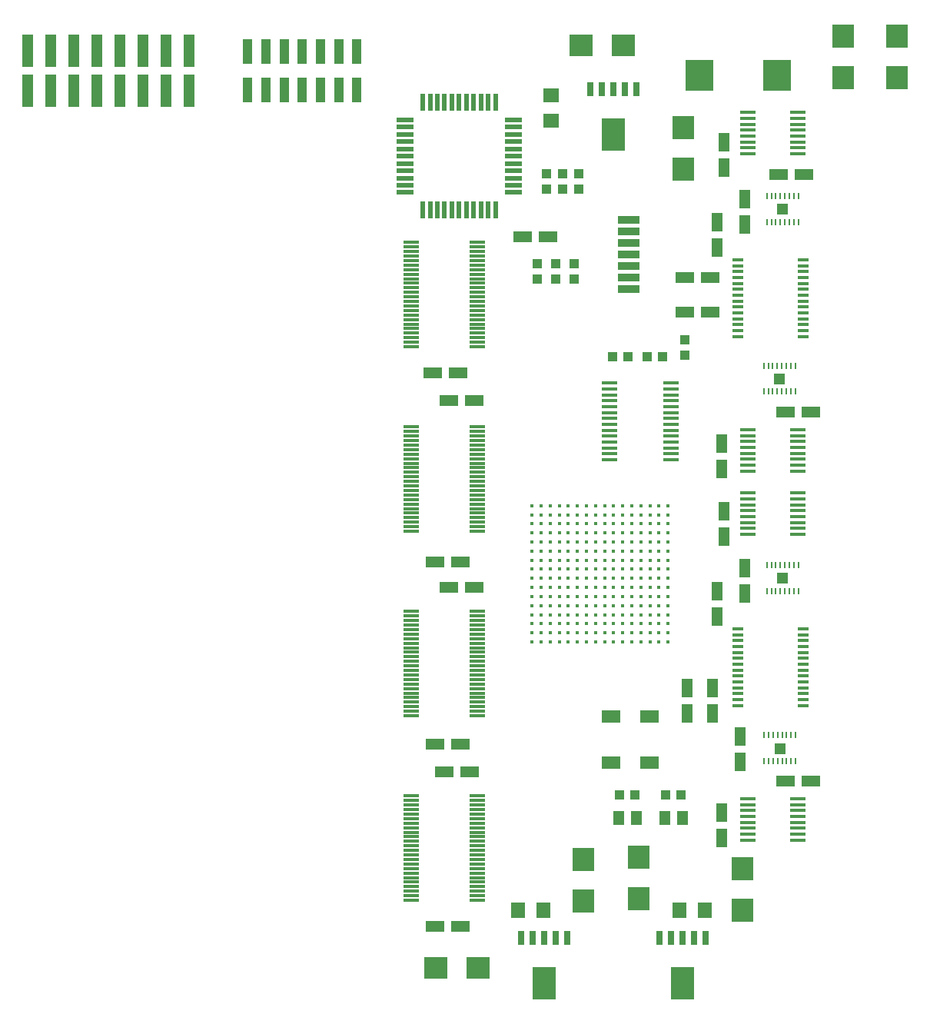
<source format=gtp>
%FSLAX24Y24*%
%MOIN*%
G70*
G01*
G75*
G04 Layer_Color=8421504*
G04 Layer_Color=8421504*
%ADD10R,0.0787X0.0472*%
%ADD11R,0.1240X0.1360*%
%ADD12R,0.0945X0.1024*%
%ADD13R,0.1000X0.1400*%
%ADD14R,0.0300X0.0600*%
%ADD15R,0.0492X0.0165*%
%ADD16C,0.0177*%
%ADD17R,0.0433X0.0394*%
%ADD18R,0.0650X0.0118*%
%ADD19R,0.0472X0.0787*%
%ADD20R,0.0512X0.0630*%
%ADD21R,0.0630X0.0709*%
%ADD22R,0.0787X0.0551*%
%ADD23R,0.0748X0.0197*%
%ADD24R,0.0197X0.0748*%
%ADD25R,0.0709X0.0630*%
%ADD26R,0.0394X0.0433*%
%ADD27R,0.0945X0.0354*%
%ADD28R,0.0669X0.0177*%
%ADD29R,0.0669X0.0177*%
%ADD30R,0.0098X0.0256*%
%ADD31R,0.0472X0.0472*%
%ADD32R,0.1024X0.0945*%
%ADD33C,0.0400*%
%ADD34R,0.0500X0.1449*%
%ADD35R,0.0394X0.1083*%
%ADD36C,0.0080*%
%ADD37C,0.0100*%
%ADD38C,0.0200*%
%ADD39C,0.0060*%
%ADD40C,0.0120*%
%ADD41C,0.0150*%
%ADD42C,0.0110*%
%ADD43C,0.0160*%
%ADD44C,0.0700*%
%ADD45C,0.0669*%
%ADD46C,0.0591*%
%ADD47R,0.0591X0.0591*%
%ADD48C,0.1600*%
%ADD49C,0.0433*%
%ADD50C,0.0200*%
%ADD51R,0.0276X0.0354*%
%ADD52R,0.0354X0.0276*%
%ADD53C,0.0098*%
%ADD54C,0.0079*%
%ADD55C,0.0040*%
%ADD56C,0.0070*%
%ADD57C,0.0600*%
%ADD58C,0.0025*%
D10*
X59199Y61750D02*
D03*
X60301D02*
D03*
X63549Y57400D02*
D03*
X64651D02*
D03*
Y41400D02*
D03*
X64351Y67700D02*
D03*
X60301Y63250D02*
D03*
X59199D02*
D03*
X63249Y67700D02*
D03*
X63549Y41400D02*
D03*
X50051Y57900D02*
D03*
X48949D02*
D03*
X48349Y50900D02*
D03*
X49451D02*
D03*
X48349Y35100D02*
D03*
X49451D02*
D03*
X49851Y41800D02*
D03*
X48749D02*
D03*
X52149Y65000D02*
D03*
X53251D02*
D03*
X48249Y59100D02*
D03*
X49351D02*
D03*
X48349Y43000D02*
D03*
X49451D02*
D03*
X50051Y49800D02*
D03*
X48949D02*
D03*
D11*
X63190Y72000D02*
D03*
X59810D02*
D03*
D12*
X66050Y73706D02*
D03*
Y71894D02*
D03*
X68400Y73706D02*
D03*
Y71894D02*
D03*
X57200Y36294D02*
D03*
Y38106D02*
D03*
X54800Y36194D02*
D03*
Y38006D02*
D03*
X59126Y69754D02*
D03*
Y67943D02*
D03*
X61700Y37606D02*
D03*
Y35794D02*
D03*
D13*
X56102Y69432D02*
D03*
X59100Y32631D02*
D03*
X53100D02*
D03*
D14*
X56602Y71400D02*
D03*
X55102D02*
D03*
X57102D02*
D03*
X55602D02*
D03*
X56102D02*
D03*
X59600Y34600D02*
D03*
X58100D02*
D03*
X60100D02*
D03*
X58600D02*
D03*
X59100D02*
D03*
X53100D02*
D03*
X52600D02*
D03*
X54100D02*
D03*
X52100D02*
D03*
X53600D02*
D03*
D15*
X61500Y45447D02*
D03*
Y45959D02*
D03*
Y44935D02*
D03*
Y44679D02*
D03*
Y60935D02*
D03*
Y61447D02*
D03*
Y61959D02*
D03*
Y48006D02*
D03*
Y64006D02*
D03*
Y60679D02*
D03*
X64335D02*
D03*
Y60935D02*
D03*
Y61191D02*
D03*
X61500D02*
D03*
X64335Y61447D02*
D03*
Y61703D02*
D03*
X61500D02*
D03*
X64335Y61959D02*
D03*
Y62215D02*
D03*
X61500D02*
D03*
X64335Y62470D02*
D03*
X61500D02*
D03*
X64335Y62726D02*
D03*
X61500D02*
D03*
X64335Y62982D02*
D03*
Y63238D02*
D03*
X61500D02*
D03*
X64335Y63494D02*
D03*
X61500D02*
D03*
X64335Y63750D02*
D03*
X61500D02*
D03*
X64335Y64006D02*
D03*
Y45447D02*
D03*
Y44935D02*
D03*
Y46726D02*
D03*
Y46470D02*
D03*
Y46215D02*
D03*
Y45959D02*
D03*
Y45191D02*
D03*
Y45703D02*
D03*
X61500D02*
D03*
Y47238D02*
D03*
Y47494D02*
D03*
X64335Y48006D02*
D03*
Y44679D02*
D03*
X61500Y45191D02*
D03*
Y46215D02*
D03*
Y46470D02*
D03*
Y46726D02*
D03*
X64335Y46982D02*
D03*
Y47238D02*
D03*
Y47494D02*
D03*
Y47750D02*
D03*
X61500D02*
D03*
Y62982D02*
D03*
Y46982D02*
D03*
D16*
X58465Y49016D02*
D03*
X58071D02*
D03*
Y49409D02*
D03*
X57283D02*
D03*
X58071Y48622D02*
D03*
X57677Y49409D02*
D03*
X58465Y48622D02*
D03*
Y47835D02*
D03*
Y48228D02*
D03*
X57677Y49803D02*
D03*
Y48228D02*
D03*
X55315D02*
D03*
X54921Y48622D02*
D03*
Y48228D02*
D03*
X54528D02*
D03*
X54134D02*
D03*
X54528Y48622D02*
D03*
X54134D02*
D03*
X55315D02*
D03*
X54921Y47441D02*
D03*
X54134D02*
D03*
X53740D02*
D03*
X53346D02*
D03*
X54921Y47835D02*
D03*
X54528D02*
D03*
X54134D02*
D03*
X53740D02*
D03*
X53346D02*
D03*
X52953Y48228D02*
D03*
X53346Y48622D02*
D03*
X52953D02*
D03*
X53346Y49409D02*
D03*
X53740Y49016D02*
D03*
X54134Y49409D02*
D03*
X53740D02*
D03*
X52559Y47835D02*
D03*
Y48228D02*
D03*
Y48622D02*
D03*
X52953Y49016D02*
D03*
X52559D02*
D03*
X52953Y49409D02*
D03*
X53346Y49803D02*
D03*
X52953Y50197D02*
D03*
X52559D02*
D03*
X54134Y49803D02*
D03*
X53740D02*
D03*
Y50197D02*
D03*
X53346D02*
D03*
X53740Y50984D02*
D03*
Y51378D02*
D03*
X53346Y52165D02*
D03*
Y51772D02*
D03*
Y52559D02*
D03*
X52953D02*
D03*
X52559Y52953D02*
D03*
X54134Y51378D02*
D03*
X53346D02*
D03*
X52953Y52165D02*
D03*
X52559Y52559D02*
D03*
X53740Y51772D02*
D03*
X53346Y50984D02*
D03*
X52953Y51772D02*
D03*
X52559D02*
D03*
Y52165D02*
D03*
X54134Y50984D02*
D03*
X52559Y50591D02*
D03*
X52953Y50984D02*
D03*
X52559D02*
D03*
X52953Y51378D02*
D03*
X52559Y53346D02*
D03*
Y51378D02*
D03*
Y49803D02*
D03*
Y49409D02*
D03*
Y47441D02*
D03*
X52953Y53346D02*
D03*
Y52953D02*
D03*
Y50591D02*
D03*
Y49803D02*
D03*
Y47835D02*
D03*
X53346Y53346D02*
D03*
Y52953D02*
D03*
Y50591D02*
D03*
Y49016D02*
D03*
X53740Y53346D02*
D03*
Y52953D02*
D03*
Y52559D02*
D03*
Y52165D02*
D03*
Y50591D02*
D03*
Y48622D02*
D03*
X54134Y53346D02*
D03*
Y52953D02*
D03*
Y52559D02*
D03*
Y52165D02*
D03*
Y51772D02*
D03*
Y50591D02*
D03*
Y50197D02*
D03*
Y49016D02*
D03*
X54528Y53346D02*
D03*
Y52953D02*
D03*
Y52559D02*
D03*
Y52165D02*
D03*
Y51772D02*
D03*
Y51378D02*
D03*
Y50984D02*
D03*
Y50591D02*
D03*
Y50197D02*
D03*
Y49803D02*
D03*
Y49409D02*
D03*
Y49016D02*
D03*
Y47441D02*
D03*
X54921Y53346D02*
D03*
Y52953D02*
D03*
Y52559D02*
D03*
Y52165D02*
D03*
Y51378D02*
D03*
Y50984D02*
D03*
Y50591D02*
D03*
Y50197D02*
D03*
Y49803D02*
D03*
Y49409D02*
D03*
Y49016D02*
D03*
X55315Y52559D02*
D03*
Y52165D02*
D03*
Y51772D02*
D03*
Y51378D02*
D03*
Y50984D02*
D03*
Y50591D02*
D03*
Y50197D02*
D03*
Y49803D02*
D03*
Y49409D02*
D03*
Y49016D02*
D03*
Y47835D02*
D03*
Y47441D02*
D03*
X55709Y53346D02*
D03*
Y52953D02*
D03*
Y51772D02*
D03*
Y51378D02*
D03*
Y50984D02*
D03*
Y50591D02*
D03*
Y50197D02*
D03*
Y49803D02*
D03*
Y48228D02*
D03*
Y47835D02*
D03*
X56102Y51772D02*
D03*
Y51378D02*
D03*
Y50984D02*
D03*
Y50591D02*
D03*
Y50197D02*
D03*
Y49803D02*
D03*
Y49016D02*
D03*
Y48622D02*
D03*
Y48228D02*
D03*
Y47835D02*
D03*
Y47441D02*
D03*
X56496Y53346D02*
D03*
Y52953D02*
D03*
Y51772D02*
D03*
Y51378D02*
D03*
Y50984D02*
D03*
Y50591D02*
D03*
Y50197D02*
D03*
Y49803D02*
D03*
Y49409D02*
D03*
Y48622D02*
D03*
Y48228D02*
D03*
Y47835D02*
D03*
Y47441D02*
D03*
X56890Y51772D02*
D03*
Y51378D02*
D03*
Y50984D02*
D03*
Y50591D02*
D03*
Y50197D02*
D03*
Y49803D02*
D03*
Y49409D02*
D03*
Y49016D02*
D03*
Y48622D02*
D03*
Y48228D02*
D03*
Y47835D02*
D03*
Y47441D02*
D03*
X57283Y52559D02*
D03*
Y52165D02*
D03*
Y51772D02*
D03*
Y51378D02*
D03*
Y50984D02*
D03*
Y50591D02*
D03*
Y50197D02*
D03*
Y49803D02*
D03*
Y49016D02*
D03*
Y48622D02*
D03*
Y48228D02*
D03*
Y47835D02*
D03*
Y47441D02*
D03*
X57677Y52559D02*
D03*
Y52165D02*
D03*
Y51772D02*
D03*
Y51378D02*
D03*
Y50984D02*
D03*
Y50591D02*
D03*
Y50197D02*
D03*
Y49016D02*
D03*
Y48622D02*
D03*
Y47835D02*
D03*
Y47441D02*
D03*
X58071Y53346D02*
D03*
Y52953D02*
D03*
Y52559D02*
D03*
Y52165D02*
D03*
Y51772D02*
D03*
Y51378D02*
D03*
Y50984D02*
D03*
Y50591D02*
D03*
Y50197D02*
D03*
Y49803D02*
D03*
Y48228D02*
D03*
Y47835D02*
D03*
Y47441D02*
D03*
X58465Y53346D02*
D03*
Y52953D02*
D03*
Y52559D02*
D03*
Y52165D02*
D03*
Y51772D02*
D03*
Y51378D02*
D03*
Y50984D02*
D03*
Y50591D02*
D03*
Y50197D02*
D03*
Y49803D02*
D03*
Y49409D02*
D03*
Y47441D02*
D03*
X56496Y52165D02*
D03*
X57283Y53346D02*
D03*
X57677D02*
D03*
X57283Y52953D02*
D03*
X57677D02*
D03*
X56890Y52165D02*
D03*
Y53346D02*
D03*
Y52953D02*
D03*
X54921Y51772D02*
D03*
X55709Y49409D02*
D03*
X56102D02*
D03*
X55709Y49016D02*
D03*
X56496D02*
D03*
X55709Y48622D02*
D03*
Y47441D02*
D03*
X55315Y53346D02*
D03*
Y52953D02*
D03*
X55709Y52165D02*
D03*
X56102Y52559D02*
D03*
Y53346D02*
D03*
Y52953D02*
D03*
X56496Y52559D02*
D03*
X56890D02*
D03*
X56102Y52165D02*
D03*
X55709Y52559D02*
D03*
X53346Y48228D02*
D03*
X53740D02*
D03*
X52953Y47441D02*
D03*
D17*
X57035Y40800D02*
D03*
X56365D02*
D03*
X58365D02*
D03*
X59035D02*
D03*
X57565Y59800D02*
D03*
X58235D02*
D03*
X56735D02*
D03*
X56065D02*
D03*
D18*
X64093Y52104D02*
D03*
Y52360D02*
D03*
Y52616D02*
D03*
Y52872D02*
D03*
Y53128D02*
D03*
Y53384D02*
D03*
Y53640D02*
D03*
Y53896D02*
D03*
X61907Y52104D02*
D03*
Y52360D02*
D03*
Y52616D02*
D03*
Y52872D02*
D03*
Y53128D02*
D03*
Y53384D02*
D03*
Y53640D02*
D03*
Y53896D02*
D03*
Y38854D02*
D03*
Y39110D02*
D03*
Y39366D02*
D03*
X64093Y40134D02*
D03*
Y39878D02*
D03*
X61907Y54854D02*
D03*
Y55110D02*
D03*
Y55366D02*
D03*
X64093Y56134D02*
D03*
Y55878D02*
D03*
X47323Y40764D02*
D03*
Y40567D02*
D03*
Y40370D02*
D03*
Y40173D02*
D03*
Y39976D02*
D03*
Y39780D02*
D03*
Y39583D02*
D03*
Y39386D02*
D03*
Y39189D02*
D03*
Y38992D02*
D03*
Y38795D02*
D03*
Y38598D02*
D03*
Y38402D02*
D03*
Y38205D02*
D03*
Y38008D02*
D03*
Y37811D02*
D03*
Y37614D02*
D03*
Y37417D02*
D03*
Y37220D02*
D03*
Y37024D02*
D03*
Y36827D02*
D03*
Y36630D02*
D03*
Y36433D02*
D03*
Y36236D02*
D03*
X50177Y40764D02*
D03*
Y40567D02*
D03*
Y40370D02*
D03*
Y40173D02*
D03*
Y39976D02*
D03*
Y39780D02*
D03*
Y39583D02*
D03*
Y39386D02*
D03*
Y39189D02*
D03*
Y38992D02*
D03*
Y38795D02*
D03*
Y38598D02*
D03*
Y38402D02*
D03*
Y38205D02*
D03*
Y38008D02*
D03*
Y37811D02*
D03*
Y37614D02*
D03*
Y37417D02*
D03*
Y37220D02*
D03*
Y37024D02*
D03*
Y36827D02*
D03*
Y36630D02*
D03*
Y36433D02*
D03*
Y36236D02*
D03*
Y52236D02*
D03*
Y52433D02*
D03*
Y52630D02*
D03*
Y52827D02*
D03*
Y53024D02*
D03*
Y53220D02*
D03*
Y53417D02*
D03*
Y53614D02*
D03*
Y53811D02*
D03*
Y54008D02*
D03*
Y54205D02*
D03*
Y54402D02*
D03*
Y54598D02*
D03*
Y54795D02*
D03*
Y54992D02*
D03*
Y55189D02*
D03*
Y55386D02*
D03*
Y55583D02*
D03*
Y55780D02*
D03*
Y55976D02*
D03*
Y56173D02*
D03*
Y56370D02*
D03*
Y56567D02*
D03*
Y56764D02*
D03*
X47323Y52236D02*
D03*
Y52433D02*
D03*
Y52630D02*
D03*
Y52827D02*
D03*
Y53024D02*
D03*
Y53220D02*
D03*
Y53417D02*
D03*
Y53614D02*
D03*
Y53811D02*
D03*
Y54008D02*
D03*
Y54205D02*
D03*
Y54402D02*
D03*
Y54598D02*
D03*
Y54795D02*
D03*
Y54992D02*
D03*
Y55189D02*
D03*
Y55386D02*
D03*
Y55583D02*
D03*
Y55780D02*
D03*
Y55976D02*
D03*
Y56173D02*
D03*
Y56370D02*
D03*
Y56567D02*
D03*
Y56764D02*
D03*
X50177Y44236D02*
D03*
Y44433D02*
D03*
Y44630D02*
D03*
Y44827D02*
D03*
Y45024D02*
D03*
Y45220D02*
D03*
Y45417D02*
D03*
Y45614D02*
D03*
Y45811D02*
D03*
Y46008D02*
D03*
Y46205D02*
D03*
Y46402D02*
D03*
Y46598D02*
D03*
Y46795D02*
D03*
Y46992D02*
D03*
Y47189D02*
D03*
Y47386D02*
D03*
Y47583D02*
D03*
Y47780D02*
D03*
Y47976D02*
D03*
Y48173D02*
D03*
Y48370D02*
D03*
Y48567D02*
D03*
Y48764D02*
D03*
X47323Y44236D02*
D03*
Y44433D02*
D03*
Y44630D02*
D03*
Y44827D02*
D03*
Y45024D02*
D03*
Y45220D02*
D03*
Y45417D02*
D03*
Y45614D02*
D03*
Y45811D02*
D03*
Y46008D02*
D03*
Y46205D02*
D03*
Y46402D02*
D03*
Y46598D02*
D03*
Y46795D02*
D03*
Y46992D02*
D03*
Y47189D02*
D03*
Y47386D02*
D03*
Y47583D02*
D03*
Y47780D02*
D03*
Y47976D02*
D03*
Y48173D02*
D03*
Y48370D02*
D03*
Y48567D02*
D03*
Y48764D02*
D03*
X50177Y60236D02*
D03*
Y60433D02*
D03*
Y60630D02*
D03*
Y60827D02*
D03*
Y61024D02*
D03*
Y61220D02*
D03*
Y61417D02*
D03*
Y61614D02*
D03*
Y61811D02*
D03*
Y62008D02*
D03*
Y62205D02*
D03*
Y62402D02*
D03*
Y62598D02*
D03*
Y62795D02*
D03*
Y62992D02*
D03*
Y63189D02*
D03*
Y63386D02*
D03*
Y63583D02*
D03*
Y63780D02*
D03*
Y63976D02*
D03*
Y64173D02*
D03*
Y64370D02*
D03*
Y64567D02*
D03*
Y64764D02*
D03*
X47323Y60236D02*
D03*
Y60433D02*
D03*
Y60630D02*
D03*
Y60827D02*
D03*
Y61024D02*
D03*
Y61220D02*
D03*
Y61417D02*
D03*
Y61614D02*
D03*
Y61811D02*
D03*
Y62008D02*
D03*
Y62205D02*
D03*
Y62402D02*
D03*
Y62598D02*
D03*
Y62795D02*
D03*
Y62992D02*
D03*
Y63189D02*
D03*
Y63386D02*
D03*
Y63583D02*
D03*
Y63780D02*
D03*
Y63976D02*
D03*
Y64173D02*
D03*
Y64370D02*
D03*
Y64567D02*
D03*
Y64764D02*
D03*
X64093Y54854D02*
D03*
Y55110D02*
D03*
Y55366D02*
D03*
Y55622D02*
D03*
Y56390D02*
D03*
Y56646D02*
D03*
X61907Y55622D02*
D03*
Y55878D02*
D03*
Y56134D02*
D03*
Y56390D02*
D03*
Y56646D02*
D03*
X64093Y38854D02*
D03*
Y39110D02*
D03*
Y39366D02*
D03*
Y39622D02*
D03*
Y40390D02*
D03*
Y40646D02*
D03*
X61907Y39622D02*
D03*
Y39878D02*
D03*
Y40134D02*
D03*
Y40390D02*
D03*
Y40646D02*
D03*
X64093Y68604D02*
D03*
Y68860D02*
D03*
Y69116D02*
D03*
Y69372D02*
D03*
Y70140D02*
D03*
Y70396D02*
D03*
X61907Y69628D02*
D03*
Y69884D02*
D03*
Y70140D02*
D03*
Y70396D02*
D03*
X64093Y69628D02*
D03*
Y69884D02*
D03*
X61907Y69372D02*
D03*
Y69116D02*
D03*
Y68860D02*
D03*
Y68604D02*
D03*
D19*
X59300Y44349D02*
D03*
Y45451D02*
D03*
X60600Y49651D02*
D03*
X60800Y38949D02*
D03*
Y54949D02*
D03*
X61800Y50651D02*
D03*
X60400Y44349D02*
D03*
X60900Y51998D02*
D03*
Y67998D02*
D03*
X60800Y56051D02*
D03*
X61800Y66651D02*
D03*
X60900Y69100D02*
D03*
X60600Y48549D02*
D03*
X60800Y40051D02*
D03*
X60400Y45451D02*
D03*
X60900Y53100D02*
D03*
X60600Y64549D02*
D03*
Y65651D02*
D03*
X61800Y65549D02*
D03*
Y49549D02*
D03*
X61600Y42249D02*
D03*
Y43351D02*
D03*
D20*
X58326Y39800D02*
D03*
X59074D02*
D03*
X56326D02*
D03*
X57074D02*
D03*
D21*
X58949Y35800D02*
D03*
X60051D02*
D03*
X51949D02*
D03*
X53051D02*
D03*
D22*
X56000Y42200D02*
D03*
X57654D02*
D03*
X56000Y44200D02*
D03*
X57654D02*
D03*
D23*
X51743Y66925D02*
D03*
Y67240D02*
D03*
Y67555D02*
D03*
Y67870D02*
D03*
Y68185D02*
D03*
Y69130D02*
D03*
Y69445D02*
D03*
Y69760D02*
D03*
Y70075D02*
D03*
X47057Y66925D02*
D03*
Y67240D02*
D03*
Y67555D02*
D03*
Y67870D02*
D03*
Y68185D02*
D03*
Y68500D02*
D03*
Y68815D02*
D03*
Y69130D02*
D03*
Y69445D02*
D03*
Y69760D02*
D03*
Y70075D02*
D03*
X51743Y68815D02*
D03*
Y68500D02*
D03*
D24*
X47825Y66157D02*
D03*
X48140D02*
D03*
X48455D02*
D03*
X48770D02*
D03*
X49085D02*
D03*
X49400D02*
D03*
X49715D02*
D03*
X50030D02*
D03*
X50345D02*
D03*
X50660D02*
D03*
X50975D02*
D03*
X47825Y70843D02*
D03*
X48140D02*
D03*
X48455D02*
D03*
X48770D02*
D03*
X49085D02*
D03*
X49400D02*
D03*
X49715D02*
D03*
X50030D02*
D03*
X50345D02*
D03*
X50660D02*
D03*
X50975D02*
D03*
D25*
X53400Y71151D02*
D03*
Y70049D02*
D03*
D26*
X59200Y59865D02*
D03*
Y60535D02*
D03*
X53200Y67735D02*
D03*
Y67065D02*
D03*
X52800Y63835D02*
D03*
Y63165D02*
D03*
X54600Y67735D02*
D03*
Y67065D02*
D03*
X53900Y67065D02*
D03*
Y67735D02*
D03*
X53600Y63835D02*
D03*
Y63165D02*
D03*
X54400Y63835D02*
D03*
Y63165D02*
D03*
D27*
X56750Y62750D02*
D03*
Y63250D02*
D03*
Y63750D02*
D03*
Y64250D02*
D03*
Y64750D02*
D03*
Y65250D02*
D03*
Y65750D02*
D03*
D28*
X58589Y55337D02*
D03*
Y55593D02*
D03*
Y55848D02*
D03*
Y56104D02*
D03*
Y56360D02*
D03*
Y56616D02*
D03*
Y56872D02*
D03*
Y57128D02*
D03*
Y57384D02*
D03*
Y57640D02*
D03*
Y57896D02*
D03*
Y58152D02*
D03*
Y58407D02*
D03*
Y58663D02*
D03*
X55911Y55337D02*
D03*
Y55593D02*
D03*
Y55848D02*
D03*
Y56104D02*
D03*
Y56360D02*
D03*
Y56616D02*
D03*
Y56872D02*
D03*
Y57128D02*
D03*
Y57384D02*
D03*
Y57640D02*
D03*
Y57896D02*
D03*
Y58152D02*
D03*
Y58407D02*
D03*
D29*
Y58663D02*
D03*
D30*
X62743Y50772D02*
D03*
X62940D02*
D03*
X63136D02*
D03*
X63333D02*
D03*
X63530D02*
D03*
X63727D02*
D03*
X63924D02*
D03*
X64121D02*
D03*
Y49650D02*
D03*
X63924D02*
D03*
X63727D02*
D03*
X63530D02*
D03*
X63333D02*
D03*
X63136D02*
D03*
X62940D02*
D03*
X62743D02*
D03*
Y66772D02*
D03*
X62940D02*
D03*
X63136D02*
D03*
X63333D02*
D03*
X63530D02*
D03*
X63727D02*
D03*
X63924D02*
D03*
X64121D02*
D03*
Y65650D02*
D03*
X63924D02*
D03*
X63727D02*
D03*
X63530D02*
D03*
X63333D02*
D03*
X63136D02*
D03*
X62940D02*
D03*
X62743D02*
D03*
X62611Y59422D02*
D03*
X62808D02*
D03*
X63005D02*
D03*
X63202D02*
D03*
X63398D02*
D03*
X63595D02*
D03*
X63792D02*
D03*
X63989D02*
D03*
Y58300D02*
D03*
X63792D02*
D03*
X63595D02*
D03*
X63398D02*
D03*
X63202D02*
D03*
X63005D02*
D03*
X62808D02*
D03*
X62611D02*
D03*
X62621Y43392D02*
D03*
X62818D02*
D03*
X63015D02*
D03*
X63212D02*
D03*
X63408D02*
D03*
X63605D02*
D03*
X63802D02*
D03*
X63999D02*
D03*
Y42270D02*
D03*
X63802D02*
D03*
X63605D02*
D03*
X63408D02*
D03*
X63212D02*
D03*
X63015D02*
D03*
X62818D02*
D03*
X62621D02*
D03*
D31*
X63432Y50200D02*
D03*
Y66200D02*
D03*
X63300Y58850D02*
D03*
X63310Y42820D02*
D03*
D32*
X48394Y33300D02*
D03*
X50206D02*
D03*
X54694Y73300D02*
D03*
X56506D02*
D03*
D34*
X37700Y71326D02*
D03*
Y73074D02*
D03*
X36700Y71326D02*
D03*
Y73074D02*
D03*
X35700Y71326D02*
D03*
Y73074D02*
D03*
X34700Y71326D02*
D03*
Y73074D02*
D03*
X33700Y71326D02*
D03*
Y73074D02*
D03*
X32700Y71326D02*
D03*
Y73074D02*
D03*
X31700Y71326D02*
D03*
Y73074D02*
D03*
X30700Y71326D02*
D03*
Y73074D02*
D03*
D35*
X44962Y73037D02*
D03*
Y71363D02*
D03*
X44175Y73037D02*
D03*
X43387D02*
D03*
X42600D02*
D03*
X41813D02*
D03*
X41025D02*
D03*
X40238D02*
D03*
X44175Y71363D02*
D03*
X43387D02*
D03*
X42600D02*
D03*
X41813D02*
D03*
X41025D02*
D03*
X40238D02*
D03*
M02*

</source>
